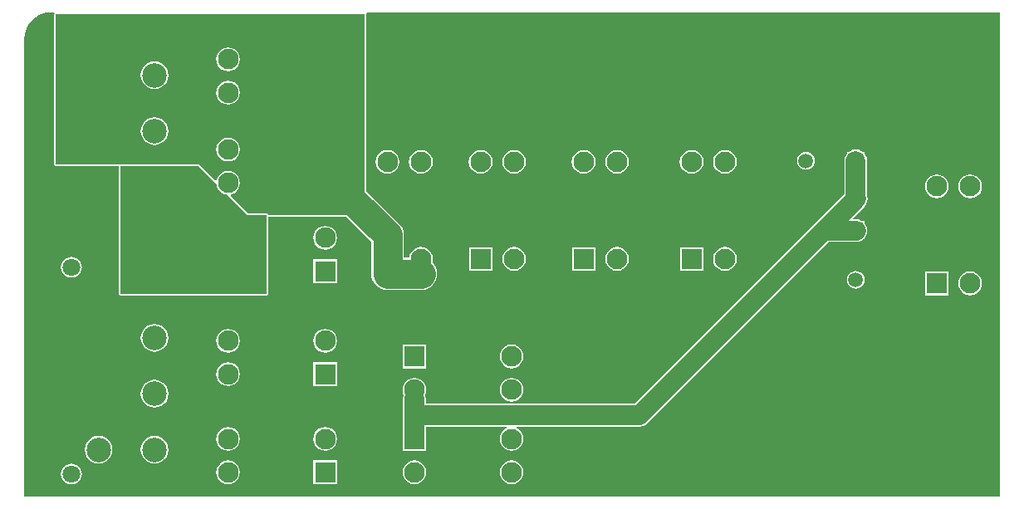
<source format=gbl>
G04*
G04 #@! TF.GenerationSoftware,Altium Limited,Altium Designer,19.0.14 (431)*
G04*
G04 Layer_Physical_Order=2*
G04 Layer_Color=16711680*
%FSLAX25Y25*%
%MOIN*%
G70*
G01*
G75*
%ADD34C,0.11811*%
%ADD35C,0.07874*%
%ADD39C,0.18307*%
%ADD40R,0.08268X0.08268*%
%ADD41C,0.08268*%
%ADD42C,0.09843*%
%ADD43R,0.08268X0.08268*%
%ADD44C,0.05937*%
%ADD45R,0.05937X0.05937*%
%ADD46R,0.05937X0.05937*%
%ADD47C,0.07087*%
%ADD48C,0.02362*%
G36*
X177165Y153543D02*
X138445Y153543D01*
X138254Y154002D01*
X137795Y154193D01*
X130453D01*
X123210Y161436D01*
X123371Y161909D01*
X123480Y161923D01*
X124631Y162400D01*
X125620Y163159D01*
X126379Y164148D01*
X126856Y165300D01*
X127019Y166535D01*
X126856Y167771D01*
X126379Y168923D01*
X125620Y169912D01*
X124631Y170670D01*
X123480Y171148D01*
X122244Y171310D01*
X121008Y171148D01*
X119857Y170670D01*
X118868Y169912D01*
X118109Y168923D01*
X117632Y167771D01*
X117618Y167662D01*
X117144Y167501D01*
X110630Y174016D01*
X53150D01*
Y234252D01*
X177165D01*
Y153543D01*
D02*
G37*
G36*
X117551Y165913D02*
X117632Y165300D01*
X118109Y164148D01*
X118868Y163159D01*
X119857Y162400D01*
X121008Y161923D01*
X121622Y161843D01*
X129921Y153543D01*
X137795D01*
Y122047D01*
X79067D01*
Y173228D01*
X110236D01*
X117551Y165913D01*
D02*
G37*
G36*
X51181Y235099D02*
X52425D01*
X52644Y234599D01*
X52500Y234252D01*
Y174016D01*
X52690Y173556D01*
X53150Y173366D01*
X78325D01*
X78418Y173228D01*
Y122047D01*
X78608Y121588D01*
X79067Y121398D01*
X137795D01*
X138254Y121588D01*
X138445Y122047D01*
Y152894D01*
X169751Y152894D01*
X179683Y142962D01*
Y130118D01*
X179809Y128843D01*
X180181Y127617D01*
X180785Y126486D01*
X181598Y125496D01*
X182589Y124683D01*
X183719Y124079D01*
X184945Y123707D01*
X186221Y123581D01*
X199606D01*
X200882Y123707D01*
X202108Y124079D01*
X203238Y124683D01*
X204229Y125496D01*
X205042Y126486D01*
X205646Y127617D01*
X206018Y128843D01*
X206143Y130118D01*
X206018Y131393D01*
X205646Y132620D01*
X205042Y133750D01*
X204229Y134740D01*
X204206Y134759D01*
X204218Y134788D01*
X204381Y136024D01*
X204218Y137259D01*
X203741Y138411D01*
X202982Y139400D01*
X201994Y140159D01*
X200842Y140636D01*
X199606Y140798D01*
X198371Y140636D01*
X197219Y140159D01*
X196230Y139400D01*
X195471Y138411D01*
X194994Y137259D01*
X194915Y136655D01*
X192757D01*
Y145669D01*
X192632Y146945D01*
X192260Y148171D01*
X191656Y149301D01*
X190843Y150292D01*
X177815Y163320D01*
Y234252D01*
X177671Y234599D01*
X177890Y235099D01*
X431949D01*
Y40492D01*
X40492D01*
Y224410D01*
X40488Y224426D01*
X40619Y226082D01*
X41010Y227714D01*
X41653Y229264D01*
X42529Y230695D01*
X43619Y231971D01*
X44895Y233061D01*
X46326Y233938D01*
X47877Y234580D01*
X49508Y234972D01*
X51165Y235102D01*
X51181Y235099D01*
D02*
G37*
%LPC*%
G36*
X122244Y220916D02*
X121008Y220754D01*
X119857Y220277D01*
X118868Y219518D01*
X118109Y218529D01*
X117632Y217377D01*
X117469Y216142D01*
X117632Y214906D01*
X118109Y213754D01*
X118868Y212766D01*
X119857Y212007D01*
X121008Y211530D01*
X122244Y211367D01*
X123480Y211530D01*
X124631Y212007D01*
X125620Y212766D01*
X126379Y213754D01*
X126856Y214906D01*
X127019Y216142D01*
X126856Y217377D01*
X126379Y218529D01*
X125620Y219518D01*
X124631Y220277D01*
X123480Y220754D01*
X122244Y220916D01*
D02*
G37*
G36*
X92716Y215348D02*
X91275Y215158D01*
X89932Y214601D01*
X88779Y213717D01*
X87894Y212563D01*
X87337Y211220D01*
X87148Y209779D01*
X87337Y208337D01*
X87894Y206994D01*
X88779Y205841D01*
X89932Y204956D01*
X91275Y204400D01*
X92716Y204210D01*
X94158Y204400D01*
X95501Y204956D01*
X96654Y205841D01*
X97539Y206994D01*
X98096Y208337D01*
X98285Y209779D01*
X98096Y211220D01*
X97539Y212563D01*
X96654Y213717D01*
X95501Y214601D01*
X94158Y215158D01*
X92716Y215348D01*
D02*
G37*
G36*
X122244Y207531D02*
X121008Y207368D01*
X119857Y206891D01*
X118868Y206132D01*
X118109Y205143D01*
X117632Y203992D01*
X117469Y202756D01*
X117632Y201520D01*
X118109Y200369D01*
X118868Y199380D01*
X119857Y198621D01*
X121008Y198144D01*
X122244Y197981D01*
X123480Y198144D01*
X124631Y198621D01*
X125620Y199380D01*
X126379Y200369D01*
X126856Y201520D01*
X127019Y202756D01*
X126856Y203992D01*
X126379Y205143D01*
X125620Y206132D01*
X124631Y206891D01*
X123480Y207368D01*
X122244Y207531D01*
D02*
G37*
G36*
X92716Y192907D02*
X91275Y192717D01*
X89932Y192161D01*
X88779Y191276D01*
X87894Y190122D01*
X87337Y188779D01*
X87148Y187338D01*
X87337Y185896D01*
X87894Y184553D01*
X88779Y183400D01*
X89932Y182515D01*
X91275Y181959D01*
X92716Y181769D01*
X94158Y181959D01*
X95501Y182515D01*
X96654Y183400D01*
X97539Y184553D01*
X98096Y185896D01*
X98285Y187338D01*
X98096Y188779D01*
X97539Y190122D01*
X96654Y191276D01*
X95501Y192161D01*
X94158Y192717D01*
X92716Y192907D01*
D02*
G37*
G36*
X122244Y184696D02*
X121008Y184533D01*
X119857Y184056D01*
X118868Y183298D01*
X118109Y182309D01*
X117632Y181157D01*
X117469Y179921D01*
X117632Y178685D01*
X118109Y177534D01*
X118868Y176545D01*
X119857Y175786D01*
X121008Y175309D01*
X122244Y175147D01*
X123480Y175309D01*
X124631Y175786D01*
X125620Y176545D01*
X126379Y177534D01*
X126856Y178685D01*
X127019Y179921D01*
X126856Y181157D01*
X126379Y182309D01*
X125620Y183298D01*
X124631Y184056D01*
X123480Y184533D01*
X122244Y184696D01*
D02*
G37*
G36*
X354173Y178993D02*
X353242Y178870D01*
X352374Y178511D01*
X351628Y177939D01*
X351056Y177193D01*
X350697Y176325D01*
X350574Y175394D01*
X350697Y174462D01*
X351056Y173594D01*
X351628Y172849D01*
X352374Y172277D01*
X353242Y171917D01*
X354173Y171794D01*
X355105Y171917D01*
X355973Y172277D01*
X356718Y172849D01*
X357290Y173594D01*
X357650Y174462D01*
X357772Y175394D01*
X357650Y176325D01*
X357290Y177193D01*
X356718Y177939D01*
X355973Y178511D01*
X355105Y178870D01*
X354173Y178993D01*
D02*
G37*
G36*
X321654Y179775D02*
X320418Y179612D01*
X319266Y179135D01*
X318277Y178376D01*
X317518Y177387D01*
X317041Y176236D01*
X316879Y175000D01*
X317041Y173764D01*
X317518Y172613D01*
X318277Y171624D01*
X319266Y170865D01*
X320418Y170388D01*
X321654Y170225D01*
X322889Y170388D01*
X324041Y170865D01*
X325030Y171624D01*
X325789Y172613D01*
X326266Y173764D01*
X326428Y175000D01*
X326266Y176236D01*
X325789Y177387D01*
X325030Y178376D01*
X324041Y179135D01*
X322889Y179612D01*
X321654Y179775D01*
D02*
G37*
G36*
X308268D02*
X307032Y179612D01*
X305880Y179135D01*
X304891Y178376D01*
X304133Y177387D01*
X303656Y176236D01*
X303493Y175000D01*
X303656Y173764D01*
X304133Y172613D01*
X304891Y171624D01*
X305880Y170865D01*
X307032Y170388D01*
X308268Y170225D01*
X309504Y170388D01*
X310655Y170865D01*
X311644Y171624D01*
X312403Y172613D01*
X312880Y173764D01*
X313042Y175000D01*
X312880Y176236D01*
X312403Y177387D01*
X311644Y178376D01*
X310655Y179135D01*
X309504Y179612D01*
X308268Y179775D01*
D02*
G37*
G36*
X278346D02*
X277111Y179612D01*
X275959Y179135D01*
X274970Y178376D01*
X274211Y177387D01*
X273734Y176236D01*
X273572Y175000D01*
X273734Y173764D01*
X274211Y172613D01*
X274970Y171624D01*
X275959Y170865D01*
X277111Y170388D01*
X278346Y170225D01*
X279582Y170388D01*
X280734Y170865D01*
X281723Y171624D01*
X282482Y172613D01*
X282959Y173764D01*
X283121Y175000D01*
X282959Y176236D01*
X282482Y177387D01*
X281723Y178376D01*
X280734Y179135D01*
X279582Y179612D01*
X278346Y179775D01*
D02*
G37*
G36*
X264961D02*
X263725Y179612D01*
X262573Y179135D01*
X261584Y178376D01*
X260826Y177387D01*
X260349Y176236D01*
X260186Y175000D01*
X260349Y173764D01*
X260826Y172613D01*
X261584Y171624D01*
X262573Y170865D01*
X263725Y170388D01*
X264961Y170225D01*
X266196Y170388D01*
X267348Y170865D01*
X268337Y171624D01*
X269096Y172613D01*
X269573Y173764D01*
X269735Y175000D01*
X269573Y176236D01*
X269096Y177387D01*
X268337Y178376D01*
X267348Y179135D01*
X266196Y179612D01*
X264961Y179775D01*
D02*
G37*
G36*
X237008D02*
X235773Y179612D01*
X234621Y179135D01*
X233632Y178376D01*
X232873Y177387D01*
X232396Y176236D01*
X232234Y175000D01*
X232396Y173764D01*
X232873Y172613D01*
X233632Y171624D01*
X234621Y170865D01*
X235773Y170388D01*
X237008Y170225D01*
X238244Y170388D01*
X239396Y170865D01*
X240385Y171624D01*
X241143Y172613D01*
X241620Y173764D01*
X241783Y175000D01*
X241620Y176236D01*
X241143Y177387D01*
X240385Y178376D01*
X239396Y179135D01*
X238244Y179612D01*
X237008Y179775D01*
D02*
G37*
G36*
X223622D02*
X222387Y179612D01*
X221235Y179135D01*
X220246Y178376D01*
X219488Y177387D01*
X219010Y176236D01*
X218848Y175000D01*
X219010Y173764D01*
X219488Y172613D01*
X220246Y171624D01*
X221235Y170865D01*
X222387Y170388D01*
X223622Y170225D01*
X224858Y170388D01*
X226010Y170865D01*
X226999Y171624D01*
X227758Y172613D01*
X228235Y173764D01*
X228397Y175000D01*
X228235Y176236D01*
X227758Y177387D01*
X226999Y178376D01*
X226010Y179135D01*
X224858Y179612D01*
X223622Y179775D01*
D02*
G37*
G36*
X199606D02*
X198371Y179612D01*
X197219Y179135D01*
X196230Y178376D01*
X195471Y177387D01*
X194994Y176236D01*
X194832Y175000D01*
X194994Y173764D01*
X195471Y172613D01*
X196230Y171624D01*
X197219Y170865D01*
X198371Y170388D01*
X199606Y170225D01*
X200842Y170388D01*
X201994Y170865D01*
X202982Y171624D01*
X203741Y172613D01*
X204218Y173764D01*
X204381Y175000D01*
X204218Y176236D01*
X203741Y177387D01*
X202982Y178376D01*
X201994Y179135D01*
X200842Y179612D01*
X199606Y179775D01*
D02*
G37*
G36*
X186221D02*
X184985Y179612D01*
X183833Y179135D01*
X182844Y178376D01*
X182086Y177387D01*
X181608Y176236D01*
X181446Y175000D01*
X181608Y173764D01*
X182086Y172613D01*
X182844Y171624D01*
X183833Y170865D01*
X184985Y170388D01*
X186221Y170225D01*
X187456Y170388D01*
X188608Y170865D01*
X189597Y171624D01*
X190356Y172613D01*
X190832Y173764D01*
X190995Y175000D01*
X190832Y176236D01*
X190356Y177387D01*
X189597Y178376D01*
X188608Y179135D01*
X187456Y179612D01*
X186221Y179775D01*
D02*
G37*
G36*
X420079Y169932D02*
X418843Y169770D01*
X417691Y169292D01*
X416703Y168534D01*
X415944Y167545D01*
X415467Y166393D01*
X415304Y165157D01*
X415467Y163922D01*
X415944Y162770D01*
X416703Y161781D01*
X417691Y161022D01*
X418843Y160546D01*
X420079Y160383D01*
X421314Y160546D01*
X422466Y161022D01*
X423455Y161781D01*
X424214Y162770D01*
X424691Y163922D01*
X424853Y165157D01*
X424691Y166393D01*
X424214Y167545D01*
X423455Y168534D01*
X422466Y169292D01*
X421314Y169770D01*
X420079Y169932D01*
D02*
G37*
G36*
X406693D02*
X405457Y169770D01*
X404306Y169292D01*
X403317Y168534D01*
X402558Y167545D01*
X402081Y166393D01*
X401918Y165157D01*
X402081Y163922D01*
X402558Y162770D01*
X403317Y161781D01*
X404306Y161022D01*
X405457Y160546D01*
X406693Y160383D01*
X407929Y160546D01*
X409080Y161022D01*
X410069Y161781D01*
X410828Y162770D01*
X411305Y163922D01*
X411468Y165157D01*
X411305Y166393D01*
X410828Y167545D01*
X410069Y168534D01*
X409080Y169292D01*
X407929Y169770D01*
X406693Y169932D01*
D02*
G37*
G36*
X161221Y149263D02*
X159985Y149100D01*
X158833Y148623D01*
X157844Y147864D01*
X157085Y146876D01*
X156608Y145724D01*
X156446Y144488D01*
X156608Y143252D01*
X157085Y142101D01*
X157844Y141112D01*
X158833Y140353D01*
X159985Y139876D01*
X161221Y139714D01*
X162456Y139876D01*
X163608Y140353D01*
X164597Y141112D01*
X165356Y142101D01*
X165832Y143252D01*
X165995Y144488D01*
X165832Y145724D01*
X165356Y146876D01*
X164597Y147864D01*
X163608Y148623D01*
X162456Y149100D01*
X161221Y149263D01*
D02*
G37*
G36*
X313002Y140758D02*
X303534D01*
Y131290D01*
X313002D01*
Y140758D01*
D02*
G37*
G36*
X269694D02*
X260227D01*
Y131290D01*
X269694D01*
Y140758D01*
D02*
G37*
G36*
X228356D02*
X218889D01*
Y131290D01*
X228356D01*
Y140758D01*
D02*
G37*
G36*
X321654Y140798D02*
X320418Y140636D01*
X319266Y140159D01*
X318277Y139400D01*
X317518Y138411D01*
X317041Y137259D01*
X316879Y136024D01*
X317041Y134788D01*
X317518Y133636D01*
X318277Y132647D01*
X319266Y131889D01*
X320418Y131412D01*
X321654Y131249D01*
X322889Y131412D01*
X324041Y131889D01*
X325030Y132647D01*
X325789Y133636D01*
X326266Y134788D01*
X326428Y136024D01*
X326266Y137259D01*
X325789Y138411D01*
X325030Y139400D01*
X324041Y140159D01*
X322889Y140636D01*
X321654Y140798D01*
D02*
G37*
G36*
X278346D02*
X277111Y140636D01*
X275959Y140159D01*
X274970Y139400D01*
X274211Y138411D01*
X273734Y137259D01*
X273572Y136024D01*
X273734Y134788D01*
X274211Y133636D01*
X274970Y132647D01*
X275959Y131889D01*
X277111Y131412D01*
X278346Y131249D01*
X279582Y131412D01*
X280734Y131889D01*
X281723Y132647D01*
X282482Y133636D01*
X282959Y134788D01*
X283121Y136024D01*
X282959Y137259D01*
X282482Y138411D01*
X281723Y139400D01*
X280734Y140159D01*
X279582Y140636D01*
X278346Y140798D01*
D02*
G37*
G36*
X237008D02*
X235773Y140636D01*
X234621Y140159D01*
X233632Y139400D01*
X232873Y138411D01*
X232396Y137259D01*
X232234Y136024D01*
X232396Y134788D01*
X232873Y133636D01*
X233632Y132647D01*
X234621Y131889D01*
X235773Y131412D01*
X237008Y131249D01*
X238244Y131412D01*
X239396Y131889D01*
X240385Y132647D01*
X241143Y133636D01*
X241620Y134788D01*
X241783Y136024D01*
X241620Y137259D01*
X241143Y138411D01*
X240385Y139400D01*
X239396Y140159D01*
X238244Y140636D01*
X237008Y140798D01*
D02*
G37*
G36*
X59370Y136871D02*
X58289Y136729D01*
X57281Y136311D01*
X56415Y135647D01*
X55751Y134782D01*
X55333Y133774D01*
X55191Y132692D01*
X55333Y131611D01*
X55751Y130603D01*
X56415Y129737D01*
X57281Y129073D01*
X58289Y128655D01*
X59370Y128513D01*
X60452Y128655D01*
X61460Y129073D01*
X62325Y129737D01*
X62989Y130603D01*
X63407Y131611D01*
X63549Y132692D01*
X63407Y133774D01*
X62989Y134782D01*
X62325Y135647D01*
X61460Y136311D01*
X60452Y136729D01*
X59370Y136871D01*
D02*
G37*
G36*
X165954Y135836D02*
X156487D01*
Y126368D01*
X165954D01*
Y135836D01*
D02*
G37*
G36*
X374173Y131237D02*
X373242Y131114D01*
X372374Y130755D01*
X371628Y130183D01*
X371056Y129437D01*
X370697Y128569D01*
X370574Y127638D01*
X370697Y126706D01*
X371056Y125838D01*
X371628Y125093D01*
X372374Y124521D01*
X373242Y124161D01*
X374173Y124039D01*
X375105Y124161D01*
X375973Y124521D01*
X376718Y125093D01*
X377290Y125838D01*
X377650Y126706D01*
X377772Y127638D01*
X377650Y128569D01*
X377290Y129437D01*
X376718Y130183D01*
X375973Y130755D01*
X375105Y131114D01*
X374173Y131237D01*
D02*
G37*
G36*
X411427Y130915D02*
X401959D01*
Y121447D01*
X411427D01*
Y130915D01*
D02*
G37*
G36*
X420079Y130956D02*
X418843Y130793D01*
X417691Y130316D01*
X416703Y129557D01*
X415944Y128568D01*
X415467Y127417D01*
X415304Y126181D01*
X415467Y124945D01*
X415944Y123794D01*
X416703Y122805D01*
X417691Y122046D01*
X418843Y121569D01*
X420079Y121406D01*
X421314Y121569D01*
X422466Y122046D01*
X423455Y122805D01*
X424214Y123794D01*
X424691Y124945D01*
X424853Y126181D01*
X424691Y127417D01*
X424214Y128568D01*
X423455Y129557D01*
X422466Y130316D01*
X421314Y130793D01*
X420079Y130956D01*
D02*
G37*
G36*
X92716Y109900D02*
X91275Y109710D01*
X89932Y109153D01*
X88779Y108268D01*
X87894Y107115D01*
X87337Y105772D01*
X87148Y104331D01*
X87337Y102889D01*
X87894Y101546D01*
X88779Y100393D01*
X89932Y99508D01*
X91275Y98952D01*
X92716Y98762D01*
X94158Y98952D01*
X95501Y99508D01*
X96654Y100393D01*
X97539Y101546D01*
X98096Y102889D01*
X98285Y104331D01*
X98096Y105772D01*
X97539Y107115D01*
X96654Y108268D01*
X95501Y109153D01*
X94158Y109710D01*
X92716Y109900D01*
D02*
G37*
G36*
X161221Y107924D02*
X159985Y107762D01*
X158833Y107285D01*
X157844Y106526D01*
X157085Y105537D01*
X156608Y104385D01*
X156446Y103150D01*
X156608Y101914D01*
X157085Y100762D01*
X157844Y99773D01*
X158833Y99015D01*
X159985Y98538D01*
X161221Y98375D01*
X162456Y98538D01*
X163608Y99015D01*
X164597Y99773D01*
X165356Y100762D01*
X165832Y101914D01*
X165995Y103150D01*
X165832Y104385D01*
X165356Y105537D01*
X164597Y106526D01*
X163608Y107285D01*
X162456Y107762D01*
X161221Y107924D01*
D02*
G37*
G36*
X122244D02*
X121008Y107762D01*
X119857Y107285D01*
X118868Y106526D01*
X118109Y105537D01*
X117632Y104385D01*
X117469Y103150D01*
X117632Y101914D01*
X118109Y100762D01*
X118868Y99773D01*
X119857Y99015D01*
X121008Y98538D01*
X122244Y98375D01*
X123480Y98538D01*
X124631Y99015D01*
X125620Y99773D01*
X126379Y100762D01*
X126856Y101914D01*
X127019Y103150D01*
X126856Y104385D01*
X126379Y105537D01*
X125620Y106526D01*
X124631Y107285D01*
X123480Y107762D01*
X122244Y107924D01*
D02*
G37*
G36*
X201781Y101584D02*
X192313D01*
Y92116D01*
X201781D01*
Y101584D01*
D02*
G37*
G36*
X236024Y101625D02*
X234788Y101462D01*
X233636Y100985D01*
X232647Y100227D01*
X231889Y99238D01*
X231412Y98086D01*
X231249Y96850D01*
X231412Y95615D01*
X231889Y94463D01*
X232647Y93474D01*
X233636Y92715D01*
X234788Y92238D01*
X236024Y92076D01*
X237259Y92238D01*
X238411Y92715D01*
X239400Y93474D01*
X240159Y94463D01*
X240636Y95615D01*
X240798Y96850D01*
X240636Y98086D01*
X240159Y99238D01*
X239400Y100227D01*
X238411Y100985D01*
X237259Y101462D01*
X236024Y101625D01*
D02*
G37*
G36*
X165954Y94498D02*
X156487D01*
Y85030D01*
X165954D01*
Y94498D01*
D02*
G37*
G36*
X122244Y94538D02*
X121008Y94376D01*
X119857Y93899D01*
X118868Y93140D01*
X118109Y92151D01*
X117632Y91000D01*
X117469Y89764D01*
X117632Y88528D01*
X118109Y87376D01*
X118868Y86387D01*
X119857Y85629D01*
X121008Y85152D01*
X122244Y84989D01*
X123480Y85152D01*
X124631Y85629D01*
X125620Y86387D01*
X126379Y87376D01*
X126856Y88528D01*
X127019Y89764D01*
X126856Y91000D01*
X126379Y92151D01*
X125620Y93140D01*
X124631Y93899D01*
X123480Y94376D01*
X122244Y94538D01*
D02*
G37*
G36*
X236024Y88239D02*
X234788Y88077D01*
X233636Y87600D01*
X232647Y86841D01*
X231889Y85852D01*
X231412Y84700D01*
X231249Y83465D01*
X231412Y82229D01*
X231889Y81077D01*
X232647Y80088D01*
X233636Y79330D01*
X234788Y78852D01*
X236024Y78690D01*
X237259Y78852D01*
X238411Y79330D01*
X239400Y80088D01*
X240159Y81077D01*
X240636Y82229D01*
X240798Y83465D01*
X240636Y84700D01*
X240159Y85852D01*
X239400Y86841D01*
X238411Y87600D01*
X237259Y88077D01*
X236024Y88239D01*
D02*
G37*
G36*
X374173Y179970D02*
X372989Y179814D01*
X371885Y179357D01*
X371371Y178962D01*
X370605D01*
Y178196D01*
X370210Y177682D01*
X369753Y176578D01*
X369597Y175394D01*
Y161896D01*
X358182Y150480D01*
X358182Y150480D01*
X285506Y77804D01*
X201623D01*
Y79921D01*
X201467Y81106D01*
X201331Y81436D01*
X201659Y82229D01*
X201822Y83465D01*
X201659Y84700D01*
X201182Y85852D01*
X200424Y86841D01*
X199435Y87600D01*
X198283Y88077D01*
X197047Y88239D01*
X195811Y88077D01*
X194660Y87600D01*
X193671Y86841D01*
X192912Y85852D01*
X192435Y84700D01*
X192272Y83465D01*
X192435Y82229D01*
X192764Y81436D01*
X192627Y81106D01*
X192471Y79921D01*
Y73228D01*
Y68513D01*
X192313D01*
Y59045D01*
X201781D01*
Y68513D01*
X202223Y68652D01*
X234112D01*
X234211Y68152D01*
X233636Y67914D01*
X232647Y67155D01*
X231889Y66166D01*
X231412Y65015D01*
X231249Y63779D01*
X231412Y62543D01*
X231889Y61392D01*
X232647Y60403D01*
X233636Y59644D01*
X234788Y59167D01*
X236024Y59004D01*
X237259Y59167D01*
X238411Y59644D01*
X239400Y60403D01*
X240159Y61392D01*
X240636Y62543D01*
X240798Y63779D01*
X240636Y65015D01*
X240159Y66166D01*
X239400Y67155D01*
X238411Y67914D01*
X237836Y68152D01*
X237936Y68652D01*
X287402D01*
X288586Y68808D01*
X289690Y69265D01*
X290637Y69993D01*
X363470Y142825D01*
X374213D01*
X375397Y142981D01*
X376501Y143438D01*
X377323Y144069D01*
X377742D01*
Y144548D01*
X378176Y145114D01*
X378633Y146217D01*
X378789Y147402D01*
X378633Y148586D01*
X378176Y149690D01*
X377742Y150255D01*
Y151206D01*
X376707D01*
X376501Y151365D01*
X375397Y151822D01*
X374213Y151978D01*
X373276D01*
X373085Y152440D01*
X377645Y157000D01*
X378373Y157948D01*
X378830Y159052D01*
X378986Y160236D01*
X378830Y161421D01*
X378749Y161614D01*
Y175394D01*
X378593Y176578D01*
X378136Y177682D01*
X377742Y178196D01*
Y178962D01*
X376975D01*
X376461Y179357D01*
X375358Y179814D01*
X374173Y179970D01*
D02*
G37*
G36*
X92716Y87459D02*
X91275Y87269D01*
X89932Y86713D01*
X88779Y85828D01*
X87894Y84674D01*
X87337Y83331D01*
X87148Y81890D01*
X87337Y80448D01*
X87894Y79105D01*
X88779Y77952D01*
X89932Y77067D01*
X91275Y76511D01*
X92716Y76321D01*
X94158Y76511D01*
X95501Y77067D01*
X96654Y77952D01*
X97539Y79105D01*
X98096Y80448D01*
X98285Y81890D01*
X98096Y83331D01*
X97539Y84674D01*
X96654Y85828D01*
X95501Y86713D01*
X94158Y87269D01*
X92716Y87459D01*
D02*
G37*
G36*
X161221Y68554D02*
X159985Y68391D01*
X158833Y67914D01*
X157844Y67155D01*
X157085Y66166D01*
X156608Y65015D01*
X156446Y63779D01*
X156608Y62543D01*
X157085Y61392D01*
X157844Y60403D01*
X158833Y59644D01*
X159985Y59167D01*
X161221Y59004D01*
X162456Y59167D01*
X163608Y59644D01*
X164597Y60403D01*
X165356Y61392D01*
X165832Y62543D01*
X165995Y63779D01*
X165832Y65015D01*
X165356Y66166D01*
X164597Y67155D01*
X163608Y67914D01*
X162456Y68391D01*
X161221Y68554D01*
D02*
G37*
G36*
X122244D02*
X121008Y68391D01*
X119857Y67914D01*
X118868Y67155D01*
X118109Y66166D01*
X117632Y65015D01*
X117469Y63779D01*
X117632Y62543D01*
X118109Y61392D01*
X118868Y60403D01*
X119857Y59644D01*
X121008Y59167D01*
X122244Y59004D01*
X123480Y59167D01*
X124631Y59644D01*
X125620Y60403D01*
X126379Y61392D01*
X126856Y62543D01*
X127019Y63779D01*
X126856Y65015D01*
X126379Y66166D01*
X125620Y67155D01*
X124631Y67914D01*
X123480Y68391D01*
X122244Y68554D01*
D02*
G37*
G36*
X92716Y65018D02*
X91275Y64828D01*
X89932Y64272D01*
X88779Y63387D01*
X87894Y62233D01*
X87337Y60890D01*
X87148Y59449D01*
X87337Y58008D01*
X87894Y56664D01*
X88779Y55511D01*
X89932Y54626D01*
X91275Y54070D01*
X92716Y53880D01*
X94158Y54070D01*
X95501Y54626D01*
X96654Y55511D01*
X97539Y56664D01*
X98096Y58008D01*
X98285Y59449D01*
X98096Y60890D01*
X97539Y62233D01*
X96654Y63387D01*
X95501Y64272D01*
X94158Y64828D01*
X92716Y65018D01*
D02*
G37*
G36*
X70276D02*
X68834Y64828D01*
X67491Y64272D01*
X66338Y63387D01*
X65453Y62233D01*
X64897Y60890D01*
X64707Y59449D01*
X64897Y58008D01*
X65453Y56664D01*
X66338Y55511D01*
X67491Y54626D01*
X68834Y54070D01*
X70276Y53880D01*
X71717Y54070D01*
X73060Y54626D01*
X74213Y55511D01*
X75098Y56664D01*
X75655Y58008D01*
X75845Y59449D01*
X75655Y60890D01*
X75098Y62233D01*
X74213Y63387D01*
X73060Y64272D01*
X71717Y64828D01*
X70276Y65018D01*
D02*
G37*
G36*
X165954Y55127D02*
X156487D01*
Y45659D01*
X165954D01*
Y55127D01*
D02*
G37*
G36*
X236024Y55168D02*
X234788Y55005D01*
X233636Y54528D01*
X232647Y53769D01*
X231889Y52781D01*
X231412Y51629D01*
X231249Y50393D01*
X231412Y49157D01*
X231889Y48006D01*
X232647Y47017D01*
X233636Y46258D01*
X234788Y45781D01*
X236024Y45619D01*
X237259Y45781D01*
X238411Y46258D01*
X239400Y47017D01*
X240159Y48006D01*
X240636Y49157D01*
X240798Y50393D01*
X240636Y51629D01*
X240159Y52781D01*
X239400Y53769D01*
X238411Y54528D01*
X237259Y55005D01*
X236024Y55168D01*
D02*
G37*
G36*
X197047D02*
X195811Y55005D01*
X194660Y54528D01*
X193671Y53769D01*
X192912Y52781D01*
X192435Y51629D01*
X192272Y50393D01*
X192435Y49157D01*
X192912Y48006D01*
X193671Y47017D01*
X194660Y46258D01*
X195811Y45781D01*
X197047Y45619D01*
X198283Y45781D01*
X199435Y46258D01*
X200424Y47017D01*
X201182Y48006D01*
X201659Y49157D01*
X201822Y50393D01*
X201659Y51629D01*
X201182Y52781D01*
X200424Y53769D01*
X199435Y54528D01*
X198283Y55005D01*
X197047Y55168D01*
D02*
G37*
G36*
X122244D02*
X121008Y55005D01*
X119857Y54528D01*
X118868Y53769D01*
X118109Y52781D01*
X117632Y51629D01*
X117469Y50393D01*
X117632Y49157D01*
X118109Y48006D01*
X118868Y47017D01*
X119857Y46258D01*
X121008Y45781D01*
X122244Y45619D01*
X123480Y45781D01*
X124631Y46258D01*
X125620Y47017D01*
X126379Y48006D01*
X126856Y49157D01*
X127019Y50393D01*
X126856Y51629D01*
X126379Y52781D01*
X125620Y53769D01*
X124631Y54528D01*
X123480Y55005D01*
X122244Y55168D01*
D02*
G37*
G36*
X59370Y53864D02*
X58289Y53722D01*
X57281Y53304D01*
X56415Y52640D01*
X55751Y51775D01*
X55333Y50767D01*
X55191Y49685D01*
X55333Y48603D01*
X55751Y47596D01*
X56415Y46730D01*
X57281Y46066D01*
X58289Y45648D01*
X59370Y45506D01*
X60452Y45648D01*
X61460Y46066D01*
X62325Y46730D01*
X62989Y47596D01*
X63407Y48603D01*
X63549Y49685D01*
X63407Y50767D01*
X62989Y51775D01*
X62325Y52640D01*
X61460Y53304D01*
X60452Y53722D01*
X59370Y53864D01*
D02*
G37*
%LPD*%
D34*
X172835Y159055D02*
X186221Y145669D01*
Y130118D02*
Y145669D01*
Y130118D02*
X199606D01*
D35*
X287402Y73228D02*
X361417Y147244D01*
X197047Y73228D02*
X287402D01*
X361417Y147244D02*
X361575Y147402D01*
X374213D01*
X361575D02*
X374409Y160236D01*
X374173D02*
X374409D01*
X374173D02*
Y175394D01*
X197047Y73228D02*
Y79921D01*
Y63779D02*
Y73228D01*
D39*
X212598Y114173D02*
D03*
X364173Y222441D02*
D03*
X374016Y59055D02*
D03*
D40*
X308268Y136024D02*
D03*
X186221D02*
D03*
X264961D02*
D03*
X223622D02*
D03*
X406693Y126181D02*
D03*
D41*
X308268Y175000D02*
D03*
X321654D02*
D03*
Y136024D02*
D03*
X186221Y175000D02*
D03*
X199606D02*
D03*
Y136024D02*
D03*
X264961Y175000D02*
D03*
X278346D02*
D03*
Y136024D02*
D03*
X223622Y175000D02*
D03*
X237008D02*
D03*
Y136024D02*
D03*
X161221Y103150D02*
D03*
X122244D02*
D03*
Y89764D02*
D03*
X161221Y63779D02*
D03*
X122244D02*
D03*
Y50393D02*
D03*
X161221Y144488D02*
D03*
X122244D02*
D03*
Y131102D02*
D03*
X161221Y179921D02*
D03*
X122244D02*
D03*
Y166535D02*
D03*
X197047Y83465D02*
D03*
X236024D02*
D03*
Y96850D02*
D03*
X197047Y50393D02*
D03*
X236024D02*
D03*
Y63779D02*
D03*
X420079Y126181D02*
D03*
Y165157D02*
D03*
X406693D02*
D03*
X161221Y216142D02*
D03*
X122244D02*
D03*
Y202756D02*
D03*
D42*
X92716Y209779D02*
D03*
Y187338D02*
D03*
Y164897D02*
D03*
Y142456D02*
D03*
X70276Y209779D02*
D03*
Y187338D02*
D03*
Y164897D02*
D03*
Y142456D02*
D03*
X92716Y104331D02*
D03*
Y81890D02*
D03*
Y59449D02*
D03*
X70276Y104331D02*
D03*
X70472Y81890D02*
D03*
X70276Y59449D02*
D03*
D43*
X161221Y89764D02*
D03*
Y50393D02*
D03*
Y131102D02*
D03*
Y166535D02*
D03*
X197047Y96850D02*
D03*
Y63779D02*
D03*
X161221Y202756D02*
D03*
D44*
X354173Y175394D02*
D03*
X364173D02*
D03*
X374173Y127638D02*
D03*
Y137638D02*
D03*
D45*
Y175394D02*
D03*
D46*
Y147638D02*
D03*
D47*
X59370Y132692D02*
D03*
Y49685D02*
D03*
D48*
X283071Y96064D02*
D03*
Y92914D02*
D03*
X273621D02*
D03*
Y96064D02*
D03*
X279921Y92915D02*
D03*
Y96064D02*
D03*
X276771D02*
D03*
Y92915D02*
D03*
X278345Y94489D02*
D03*
X281495D02*
D03*
X275196D02*
D03*
X273620Y53936D02*
D03*
Y57086D02*
D03*
X283070D02*
D03*
Y53936D02*
D03*
X276770Y57086D02*
D03*
Y53936D02*
D03*
X279920D02*
D03*
Y57086D02*
D03*
X278345Y55512D02*
D03*
X275196D02*
D03*
X281495D02*
D03*
X413779Y207481D02*
D03*
X416929D02*
D03*
Y198031D02*
D03*
X413779D02*
D03*
X416929Y204331D02*
D03*
X413779D02*
D03*
Y201181D02*
D03*
X416929D02*
D03*
X415355Y202755D02*
D03*
Y205905D02*
D03*
Y199606D02*
D03*
X319290Y207481D02*
D03*
X322440D02*
D03*
Y198031D02*
D03*
X319290D02*
D03*
X322440Y204331D02*
D03*
X319290D02*
D03*
Y201181D02*
D03*
X322440D02*
D03*
X320866Y202755D02*
D03*
Y205905D02*
D03*
Y199606D02*
D03*
X279920Y207481D02*
D03*
X283070D02*
D03*
Y198031D02*
D03*
X279920D02*
D03*
X283069Y204331D02*
D03*
X279920D02*
D03*
Y201181D02*
D03*
X283069D02*
D03*
X281496Y202755D02*
D03*
Y205905D02*
D03*
Y199606D02*
D03*
X236614Y207481D02*
D03*
X239764D02*
D03*
Y198031D02*
D03*
X236614D02*
D03*
X239763Y204331D02*
D03*
X236614D02*
D03*
Y201181D02*
D03*
X239763D02*
D03*
X238189Y202755D02*
D03*
Y205905D02*
D03*
Y199606D02*
D03*
X197244Y207481D02*
D03*
X200394D02*
D03*
Y198031D02*
D03*
X197244D02*
D03*
X200393Y204331D02*
D03*
X197244D02*
D03*
Y201181D02*
D03*
X200393D02*
D03*
X198819Y202755D02*
D03*
Y205905D02*
D03*
Y199606D02*
D03*
M02*

</source>
